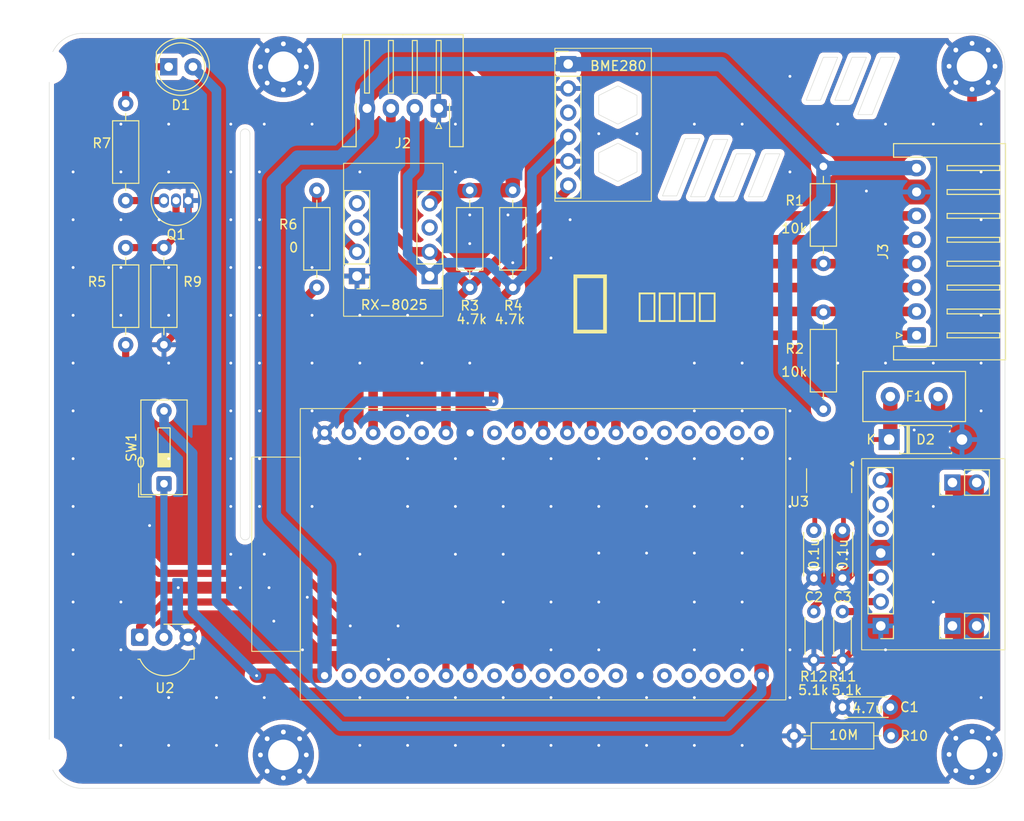
<source format=kicad_pcb>
(kicad_pcb (version 20241229) (generator "pcbnew") (generator_version "9.0")
  (title_block (date "2025-11-20") (rev "0.2.0"))
  (layers (0 "F.Cu" signal) (2 "B.Cu" signal) (13 "F.Paste" user) (15 "B.Paste" user) (5 "F.SilkS" user "F.Silkscreen") (7 "B.SilkS" user "B.Silkscreen") (1 "F.Mask" user) (3 "B.Mask" user) (25 "Edge.Cuts" user))
  (net 0 "")
  (net 1 "+3.3V")
  (net 2 "GND")
  (net 3 "SPI_CLK")
  (net 4 "SPI_CS")
  (net 5 "SPI_MOSI")
  (net 6 "DS")
  (net 7 "BUSY")
  (net 8 "RST")
  (net 9 "I2C_SCK")
  (net 10 "I2C_SDI")
  (net 11 "Net-(J6-Pin_1)")
  (net 17 "Net-(J8-Pin_3)")
  (net 18 "Net-(J8-Pin_2)")
  (net 20 "Net-(U1-IO32)")
  (net 21 "Net-(U1-IO25)")
  (net 22 "RTC_ALM")
  (net 27 "Net-(D2-A1)")
  (net 34 "+5V")
  (net 35 "Net-(D1-K)")
  (net 36 "Net-(Q1-D)")
  (net 37 "IRLED")
  (net 39 "IR_Reciver")
  (net 40 "VBUS")
  (net 52 "Net-(SW1-A)")
  (footprint "MountingHole:MountingHole_3.2mm_M3" (layer "F.Cu") (at 97.5 131)
    (property "Reference" "H6" (hide yes))
    (property "Value" "MountingHole")
  )
  (footprint "Resistor_THT:R_Axial_DIN0207_L6.3mm_D2.5mm_P10.16mm_Horizontal" (layer "F.Cu") (at 105.5 88.08 90)
    (property "Reference" "R5")
    (property "Value" "100")
  )
  (footprint "Resistor_THT:R_Axial_DIN0207_L6.3mm_D2.5mm_P10.16mm_Horizontal" (layer "F.Cu") (at 178.5 94.83 90)
    (property "Reference" "R2")
    (property "Value" "10k")
  )
  (footprint "Capacitor_THT:C_Disc_D4.3mm_W1.9mm_P5.00mm" (layer "F.Cu") (at 180.5 107.5 -90)
    (property "Reference" "C3")
    (property "Value" "0.1u")
  )
  (footprint "Connector_PinHeader_2.54mm:PinHeader_1x06_P2.54mm_Vertical" (layer "F.Cu") (at 151.8 58.72)
    (property "Reference" "J1" (hide yes))
    (property "Value" "Conn_01x06_Socket")
  )
  (footprint "Connector_PinHeader_2.54mm:PinHeader_1x04_P2.54mm_Vertical" (layer "F.Cu") (at 137.3 80.9 180)
    (property "Reference" "J5" (hide yes))
    (property "Value" "Conn_01x04_Socket")
  )
  (footprint "MountingHole:MountingHole_3.2mm_M3_Pad_Via" (layer "F.Cu") (at 122 59 90)
    (property "Reference" "H2" (hide yes))
    (property "Value" "MountingHole_Pad")
  )
  (footprint "Resistor_THT:R_Axial_DIN0207_L6.3mm_D2.5mm_P10.16mm_Horizontal" (layer "F.Cu") (at 146 71.92 -90)
    (property "Reference" "R4")
    (property "Value" "4.7k")
  )
  (footprint "fuyu:esp32-devkit" (layer "F.Cu") (at 177.11 110 90)
    (property "Reference" "U1" (hide yes))
    (property "Value" "~")
  )
  (footprint "Connector_PinHeader_2.54mm:PinHeader_1x04_P2.54mm_Vertical" (layer "F.Cu") (at 129.7 80.9 180)
    (property "Reference" "J4" (hide yes))
    (property "Value" "Conn_01x04_Socket")
  )
  (footprint "Package_TO_SOT_SMD:SOT-89-5_Handsoldering" (layer "F.Cu") (at 179.1 102.3 -90)
    (property "Reference" "U3")
    (property "Value" "~")
  )
  (footprint "Diode_THT:D_DO-41_SOD81_P7.62mm_Horizontal" (layer "F.Cu") (at 185.38 98)
    (property "Reference" "D2")
    (property "Value" "D_TVS")
  )
  (footprint "MountingHole:MountingHole_3.2mm_M3_Pad_Via" (layer "F.Cu") (at 194.052944 130.947056 90)
    (property "Reference" "H3" (hide yes))
    (property "Value" "MountingHole_Pad")
  )
  (footprint "Connector_JST:JST_XH_S4B-XH-A-1_1x04_P2.50mm_Horizontal" (layer "F.Cu") (at 138.25 63.35 180)
    (property "Reference" "J2")
    (property "Value" "Conn_01x04_Socket")
  )
  (footprint "Resistor_THT:R_Axial_DIN0207_L6.3mm_D2.5mm_P10.16mm_Horizontal" (layer "F.Cu") (at 178.5 69.42 -90)
    (property "Reference" "R1")
    (property "Value" "10k")
  )
  (footprint "Package_TO_SOT_THT:TO-92_Inline" (layer "F.Cu") (at 112.04 73 180)
    (property "Reference" "Q1")
    (property "Value" "2N7000")
  )
  (footprint "Connector_PinHeader_2.54mm:PinHeader_1x07_P2.54mm_Vertical" (layer "F.Cu") (at 184.5 117.5 180)
    (property "Reference" "J8" (hide yes))
    (property "Value" "Conn_01x07_Socket")
  )
  (footprint "Resistor_THT:R_Axial_DIN0204_L3.6mm_D1.6mm_P5.08mm_Horizontal" (layer "F.Cu") (at 177.5 116 -90)
    (property "Reference" "R12")
    (property "Value" "5.1k")
  )
  (footprint "Resistor_THT:R_Axial_DIN0207_L6.3mm_D2.5mm_P10.16mm_Horizontal" (layer "F.Cu") (at 125.5 82.08 90)
    (property "Reference" "R6")
    (property "Value" "0")
  )
  (footprint "Resistor_THT:R_Axial_DIN0204_L3.6mm_D1.6mm_P5.08mm_Horizontal" (layer "F.Cu") (at 180.5 116 -90)
    (property "Reference" "R11")
    (property "Value" "5.1k")
  )
  (footprint "Connector_PinHeader_2.54mm:PinHeader_1x02_P2.54mm_Vertical" (layer "F.Cu") (at 192 102.5 90)
    (property "Reference" "J6" (hide yes))
    (property "Value" "Conn_01x02_Socket")
  )
  (footprint "Button_Switch_THT:SW_DIP_SPSTx01_Slide_9.78x4.72mm_W7.62mm_P2.54mm" (layer "F.Cu") (at 109.5125 102.62 90)
    (property "Reference" "SW1")
    (property "Value" "SW_SPST")
  )
  (footprint "Resistor_THT:R_Axial_DIN0207_L6.3mm_D2.5mm_P10.16mm_Horizontal" (layer "F.Cu") (at 105.5 62.84 -90)
    (property "Reference" "R7")
    (property "Value" "R")
  )
  (footprint "Resistor_THT:R_Axial_DIN0207_L6.3mm_D2.5mm_P10.16mm_Horizontal" (layer "F.Cu") (at 109.5 77.92 -90)
    (property "Reference" "R9")
    (property "Value" "R")
  )
  (footprint "Capacitor_THT:C_Disc_D4.3mm_W1.9mm_P5.00mm" (layer "F.Cu") (at 185.5 126 180)
    (property "Reference" "C1")
    (property "Value" "4.7u")
  )
  (footprint "Connector_JST:JST_XH_S8B-XH-A_1x08_P2.50mm_Horizontal" (layer "F.Cu") (at 188.25 87.1 90)
    (property "Reference" "J3")
    (property "Value" "Conn_01x08_Socket")
  )
  (footprint "Capacitor_THT:C_Disc_D10.5mm_W5.0mm_P5.00mm" (layer "F.Cu") (at 190.5 93.5 180)
    (property "Reference" "F1")
    (property "Value" "Polyfuse")
  )
  (footprint "Resistor_THT:R_Axial_DIN0207_L6.3mm_D2.5mm_P10.16mm_Horizontal" (layer "F.Cu") (at 141.5 71.92 -90)
    (property "Reference" "R3")
    (property "Value" "4.7k")
  )
  (footprint "Resistor_THT:R_Axial_DIN0207_L6.3mm_D2.5mm_P10.16mm_Horizontal" (layer "F.Cu") (at 185.58 129 180)
    (property "Reference" "R10")
    (property "Value" "1M")
  )
  (footprint "MountingHole:MountingHole_3.2mm_M3" (layer "F.Cu") (at 97.5 59)
    (property "Reference" "H5" (hide yes))
    (property "Value" "MountingHole")
  )
  (footprint "MountingHole:MountingHole_3.2mm_M3_Pad_Via" (layer "F.Cu") (at 194.052944 58.947056 90)
    (property "Reference" "H4" (hide yes))
    (property "Value" "MountingHole_Pad")
  )
  (footprint "MountingHole:MountingHole_3.2mm_M3_Pad_Via" (layer "F.Cu") (at 122 131 90)
    (property "Reference" "H1" (hide yes))
    (property "Value" "MountingHole_Pad")
  )
  (footprint "LED_THT:LED_D5.0mm_IRGrey" (layer "F.Cu") (at 110 59)
    (property "Reference" "D1")
    (property "Value" "CQY99")
  )
  (footprint "Capacitor_THT:C_Disc_D4.3mm_W1.9mm_P5.00mm" (layer "F.Cu") (at 177.5 107.5 -90)
    (property "Reference" "C2")
    (property "Value" "0.1u")
  )
  (footprint "Connector_PinHeader_2.54mm:PinHeader_1x02_P2.54mm_Vertical" (layer "F.Cu") (at 192 117.5 90)
    (property "Reference" "J7" (hide yes))
    (property "Value" "Conn_01x02_Socket")
  )
  (footprint "OptoDevice:Vishay_MOLD-3Pin" (layer "F.Cu") (at 106.96 118.685)
    (property "Reference" "U2")
    (property "Value" "TSOP21xx")
  )
  (gr_rect (start 140.3 95.8) (end 142.8 98.5754) (stroke (width 0.2)) (fill yes) (layer "F.Cu") (net 2))
  (gr_rect (start 186.5 70.9) (end 190 73.3) (stroke (width 0.2)) (fill yes) (layer "F.Cu") (net 2))
  (gr_poly (pts (xy 187 127.5) (xy 194.6 119.4) (xy 194.6 117.3) (xy 192 117.3) (xy 192 119.4) (xy 185.5 126) (xy 185.5 129)) (stroke (width 0.2)) (fill yes) (layer "F.Cu") (net 11))
  (gr_rect (start 191.9 96.5) (end 194.7 99.7) (stroke (width 0.2)) (fill yes) (layer "F.Cu") (net 2))
  (gr_rect (start 192 102.5) (end 194.7 117.5) (stroke (width 0.2)) (fill yes) (layer "F.Cu") (net 11))
  (gr_rect (start 183 108.6) (end 186.1 111.1) (stroke (width 0.2)) (fill yes) (layer "F.Cu") (net 2))
  (gr_circle (center 159.3 122.7) (end 160.6 122.7) (stroke (width 0.2)) (fill yes) (layer "F.Cu") (net 2))
  (gr_rect (start 183.15 116.4) (end 185.95 118.9) (stroke (width 0.2)) (fill yes) (layer "F.Cu") (net 2))
  (gr_circle (center 141.5 97.3) (end 142.8 97.3) (stroke (width 0.2)) (fill yes) (layer "B.Cu") (net 2))
  (gr_circle (center 159.3 122.7) (end 160.6 122.7) (stroke (width 0.2)) (fill yes) (layer "B.Cu") (net 2))
  (gr_rect (start 150.4 57.07) (end 160.5 73.07) (stroke (width 0.1)) (fill no) (layer "F.SilkS"))
  (gr_rect (start 182.5 100) (end 197.5 120) (stroke (width 0.1)) (fill no) (layer "F.SilkS"))
  (gr_rect (start 128.3 69.1) (end 138.7 85.1) (stroke (width 0.1)) (fill no) (layer "F.SilkS"))
  (gr_arc (start 194 55.5) (mid 196.474874 56.525126) (end 197.5 59) (stroke (width 0.05)) (layer "Edge.Cuts"))
  (gr_poly (pts (xy 157 67) (xy 155 68) (xy 155 70) (xy 157 71) (xy 159 70) (xy 159 68)) (stroke (width 0.05)) (fill no) (layer "Edge.Cuts"))
  (gr_line (start 97.5 131) (end 97.5 59) (stroke (width 0.05)) (layer "Edge.Cuts"))
  (gr_poly (pts (xy 169.4 68.103448) (xy 170.9 68.103448) (xy 169.1 72.603448) (xy 167.6 72.603448)) (stroke (width 0.05)) (fill no) (layer "Edge.Cuts"))
  (gr_arc (start 97.5 59) (mid 98.525126 56.525126) (end 101 55.5) (stroke (width 0.05)) (layer "Edge.Cuts"))
  (gr_arc (start 117.5 66) (mid 118 65.5) (end 118.5 66) (stroke (width 0.05)) (layer "Edge.Cuts"))
  (gr_poly (pts (xy 172.450535 68.103448) (xy 173.950535 68.103448) (xy 172.150535 72.603448) (xy 170.650535 72.603448)) (stroke (width 0.05)) (fill no) (layer "Edge.Cuts"))
  (gr_poly (pts (xy 164.059167 66.510349) (xy 165.559167 66.510349) (xy 163.159167 72.510349) (xy 161.659167 72.510349)) (stroke (width 0.05)) (fill no) (layer "Edge.Cuts"))
  (gr_poly (pts (xy 157 61) (xy 155 62) (xy 155 64) (xy 157 65) (xy 159 64) (xy 159 62)) (stroke (width 0.05)) (fill no) (layer "Edge.Cuts"))
  (gr_line (start 194 134.5) (end 101 134.5) (stroke (width 0.05)) (layer "Edge.Cuts"))
  (gr_poly (pts (xy 181.5 58) (xy 183 58) (xy 181.2 62.5) (xy 179.7 62.5)) (stroke (width 0.05)) (fill no) (layer "Edge.Cuts"))
  (gr_poly (pts (xy 167 66.603448) (xy 168.5 66.603448) (xy 166.1 72.603448) (xy 164.6 72.603448)) (stroke (width 0.05)) (fill no) (layer "Edge.Cuts"))
  (gr_line (start 101 55.5) (end 194 55.5) (stroke (width 0.05)) (layer "Edge.Cuts"))
  (gr_line (start 118.5 66) (end 118.5 108) (stroke (width 0.05)) (layer "Edge.Cuts"))
  (gr_poly (pts (xy 184.5 58) (xy 186 58) (xy 183.6 64) (xy 182.1 64)) (stroke (width 0.05)) (fill no) (layer "Edge.Cuts"))
  (gr_line (start 117.5 108) (end 117.5 66) (stroke (width 0.05)) (layer "Edge.Cuts"))
  (gr_poly (pts (xy 178.5 58) (xy 180 58) (xy 178.2 62.5) (xy 176.7 62.5)) (stroke (width 0.05)) (fill no) (layer "Edge.Cuts"))
  (gr_arc (start 118.5 108) (mid 118 108.5) (end 117.5 108) (stroke (width 0.05)) (layer "Edge.Cuts"))
  (gr_arc (start 197.5 131) (mid 196.474874 133.474874) (end 194 134.5) (stroke (width 0.05)) (layer "Edge.Cuts"))
  (gr_arc (start 101 134.5) (mid 98.525126 133.474874) (end 97.5 131) (stroke (width 0.05)) (layer "Edge.Cuts"))
  (gr_line (start 197.5 59) (end 197.5 131) (stroke (width 0.05)) (layer "Edge.Cuts"))
  (gr_text "󰜗" (at 152 86.5 0) (layer "F.SilkS") (effects (font (size 5 5) (thickness 0.1)) (justify left bottom)))
  (gr_text "4.7u" (at 181.4 126.7 0) (layer "F.SilkS") (effects (font (size 1 1)) (justify left bottom)))
  (gr_text "RX-8025\n" (at 130 84.5 0) (layer "F.SilkS") (effects (font (size 1 1)) (justify left bottom)))
  (gr_text "ふゆらぼ" (at 159 85.5 0) (layer "F.SilkS") (effects (font (size 2.5 2.5) (thickness 0.5) (italic yes)) (justify left bottom)))
  (gr_text "0.1u" (at 178.1 111.7 90) (layer "F.SilkS") (effects (font (size 1 1)) (justify left bottom)))
  (gr_text "10k" (at 174 91.5 0) (layer "F.SilkS") (effects (font (size 1 1)) (justify left bottom)))
  (gr_text "4.7k" (at 144 86 0) (layer "F.SilkS") (effects (font (size 1 1)) (justify left bottom)))
  (gr_text "10M" (at 179 129.5 0) (layer "F.SilkS") (effects (font (size 1 1)) (justify left bottom)))
  (gr_text "5.1k\n" (at 175.75 124.8 0) (layer "F.SilkS") (effects (font (size 1 1)) (justify left bottom)))
  (gr_text "4.7k" (at 140 86 0) (layer "F.SilkS") (effects (font (size 1 1)) (justify left bottom)))
  (gr_text "5.1k\n" (at 179.25 124.8 0) (layer "F.SilkS") (effects (font (size 1 1)) (justify left bottom)))
  (gr_text "0" (at 106.5 101 0) (layer "F.SilkS") (effects (font (size 1 1)) (justify left bottom)))
  (gr_text "0.1u" (at 181.1 111.8 90) (layer "F.SilkS") (effects (font (size 1 1)) (justify left bottom)))
  (gr_text "0" (at 122.5 78.5 0) (layer "F.SilkS") (effects (font (size 1 1)) (justify left bottom)))
  (gr_text "10k" (at 174 76.5 0) (layer "F.SilkS") (effects (font (size 1 1)) (justify left bottom)))
  (gr_text "BME280" (at 154 59.5 0) (layer "F.SilkS") (effects (font (size 1 1)) (justify left bottom)))
  (segment (start 146 65) (end 140.5 59.5) (width 1.5) (layer "F.Cu") (net 1))
  (segment (start 138.5 72) (end 137.3 73.2) (width 1.5) (layer "F.Cu") (net 1))
  (segment (start 146 71.92) (end 141.5 71.92) (width 1.5) (layer "F.Cu") (net 1))
  (segment (start 140.5 59.5) (end 133.5 59.5) (width 1.5) (layer "F.Cu") (net 1))
  (segment (start 141.42 72) (end 138.5 72) (width 1.5) (layer "F.Cu") (net 1))
  (segment (start 141.5 71.92) (end 141.42 72) (width 1.5) (layer "F.Cu") (net 1))
  (segment (start 126.31 122.7) (end 119.2 122.7) (width 1.5) (layer "F.Cu") (net 1))
  (segment (start 133.5 59.5) (end 130.75 62.25) (width 1.5) (layer "F.Cu") (net 1))
  (segment (start 137.3 73.2) (end 137.3 73.28) (width 1.5) (layer "F.Cu") (net 1))
  (segment (start 146 71.92) (end 146 65) (width 1.5) (layer "F.Cu") (net 1))
  (segment (start 130.75 62.25) (end 130.75 63.35) (width 1.5) (layer "F.Cu") (net 1))
  (via (at 119.2 122.7) (size 0.6) (drill 0.3) (layers "F.Cu" "B.Cu") (net 1))
  (segment (start 151.8 58.72) (end 133.155 58.72) (width 1.5) (layer "B.Cu") (net 1))
  (segment (start 123.5 68.5) (end 128 68.5) (width 1.5) (layer "B.Cu") (net 1))
  (segment (start 167.8 58.72) (end 151.8 58.72) (width 1.5) (layer "B.Cu") (net 1))
  (segment (start 126.31 111.31) (end 121 106) (width 1.5) (layer "B.Cu") (net 1))
  (segment (start 178.68 69.6) (end 178.5 69.42) (width 1.5) (layer "B.Cu") (net 1))
  (segment (start 126.31 122.7) (end 126.31 111.31) (width 1.5) (layer "B.Cu") (net 1))
  (segment (start 112.5 99.42) (end 109.5125 96.4325) (width 1) (layer "B.Cu") (net 1))
  (segment (start 128 68.5) (end 130.75 65.75) (width 1.5) (layer "B.Cu") (net 1))
  (segment (start 188.25 69.6) (end 178.68 69.6) (width 1.5) (layer "B.Cu") (net 1))
  (segment (start 109.5125 96.4325) (end 109.5125 95) (width 1) (layer "B.Cu") (net 1))
  (segment (start 178.5 72.9) (end 174.5 76.9) (width 1.5) (layer "B.Cu") (net 1))
  (segment (start 178.5 69.42) (end 178.5 72.9) (width 1.5) (layer "B.Cu") (net 1))
  (segment (start 178.5 69.42) (end 167.8 58.72) (width 1.5) (layer "B.Cu") (net 1))
  (segment (start 133.155 58.72) (end 130.75 61.125) (width 1.5) (layer "B.Cu") (net 1))
  (segment (start 121 106) (end 121 71) (width 1.5) (layer "B.Cu") (net 1))
  (segment (start 112.5 116) (end 112.5 99.42) (width 1) (layer "B.Cu") (net 1))
  (segment (start 130.75 61.125) (end 130.75 63.35) (width 1.5) (layer "B.Cu") (net 1))
  (segment (start 130.75 65.75) (end 130.75 63.35) (width 1.5) (layer "B.Cu") (net 1))
  (segment (start 119.2 122.7) (end 112.5 116) (width 1) (layer "B.Cu") (net 1))
  (segment (start 174.5 76.9) (end 174.5 90.83) (width 1.5) (layer "B.Cu") (net 1))
  (segment (start 130.75 63.35) (end 130.65 63.35) (width 1.5) (layer "B.Cu") (net 1))
  (segment (start 174.5 90.83) (end 178.5 94.83) (width 1.5) (layer "B.Cu") (net 1))
  (segment (start 121 71) (end 123.5 68.5) (width 1.5) (layer "B.Cu") (net 1))
  (segment (start 177.5 112.5) (end 180.5 112.5) (width 1.5) (layer "F.Cu") (net 2))
  (segment (start 190.9 72.1) (end 194.052944 68.947056) (width 1) (layer "F.Cu") (net 2))
  (segment (start 180.6 101.3) (end 180.6 99.95) (width 0.5) (layer "F.Cu") (net 2))
  (segment (start 182 107.3) (end 182 102.7) (width 0.5) (layer "F.Cu") (net 2))
  (segment (start 182 102.7) (end 180.6 101.3) (width 0.5) (layer "F.Cu") (net 2))
  (segment (start 180.5 112.5) (end 183.15 109.85) (width 1.5) (layer "F.Cu") (net 2))
  (segment (start 180.57 121.08) (end 184 117.65) (width 0.75) (layer "F.Cu") (net 2))
  (segment (start 112.04 85.54) (end 112.04 73) (width 0.75) (layer "F.Cu") (net 2))
  (segment (start 109.5 88.08) (end 112.04 85.54) (width 0.75) (layer "F.Cu") (net 2))
  (segment (start 194.052944 68.947056) (end 194.052944 61.347056) (width 1) (layer "F.Cu") (net 2))
  (segment (start 183.15 109.85) (end 184.55 109.85) (width 1.5) (layer "F.Cu") (net 2))
  (segment (start 188.25 72.1) (end 190.9 72.1) (width 1) (layer "F.Cu") (net 2))
  (segment (start 184 117.65) (end 184.65 117.65) (width 0.75) (layer "F.Cu") (net 2))
  (segment (start 177.5 121.08) (end 180.57 121.08) (width 0.75) (layer "F.Cu") (net 2))
  (segment (start 184.55 109.85) (end 182 107.3) (width 0.5) (layer "F.Cu") (net 2))
  (via (at 100 85) (size 0.6) (drill 0.3) (layers "F.Cu" "B.Cu") (net 2))
  (via (at 119.5 100) (size 0.6) (drill 0.3) (layers "F.Cu" "B.Cu") (net 2))
  (via (at 159 66) (size 0.6) (drill 0.3) (layers "F.Cu" "B.Cu") (net 2))
  (via (at 105 120) (size 0.6) (drill 0.3) (layers "F.Cu" "B.Cu") (net 2))
  (via (at 188 97) (size 0.6) (drill 0.3) (layers "F.Cu" "B.Cu") (net 2))
  (via (at 180 65) (size 0.6) (drill 0.3) (layers "F.Cu" "B.Cu") (net 2))
  (via (at 175 70) (size 0.6) (drill 0.3) (layers "F.Cu" "B.Cu") (net 2))
  (via (at 195 70) (size 0.6) (drill 0.3) (layers "F.Cu" "B.Cu") (net 2))
  (via (at 140 105) (size 0.6) (drill 0.3) (layers "F.Cu" "B.Cu") (net 2))
  (via (at 133 121) (size 0.6) (drill 0.3) (layers "F.Cu" "B.Cu") (net 2))
  (via (at 121 117) (size 0.6) (drill 0.3) (layers "F.Cu" "B.Cu") (net 2))
  (via (at 105 115) (size 0.6) (drill 0.3) (layers "F.Cu" "B.Cu") (net 2))
  (via (at 175 100) (size 0.6) (drill 0.3) (layers "F.Cu" "B.Cu") (net 2))
  (via (at 105 85) (size 0.6) (drill 0.3) (layers "F.Cu" "B.Cu") (net 2))
  (via (at 116.5 70) (size 0.6) (drill 0.3) (layers "F.Cu" "B.Cu") (net 2))
  (via (at 100 90) (size 0.6) (drill 0.3) (layers "F.Cu" "B.Cu") (net 2))
  (via (at 165 105) (size 0.6) (drill 0.3) (layers "F.Cu" "B.Cu") (net 2))
  (via (at 105 130) (size 0.6) (drill 0.3) (layers "F.Cu" "B.Cu") (net 2))
  (via (at 155 100) (size 0.6) (drill 0.3) (layers "F.Cu" "B.Cu") (net 2))
  (via (at 120 125) (size 0.6) (drill 0.3) (layers "F.Cu" "B.Cu") (net 2))
  (via (at 150 79) (size 0.6) (drill 0.3) (layers "F.Cu" "B.Cu") (net 2))
  (via (at 175 95) (size 0.6) (drill 0.3) (layers "F.Cu" "B.Cu") (net 2))
  (via (at 155 105) (size 0.6) (drill 0.3) (layers "F.Cu" "B.Cu") (net 2))
  (via (at 170 120) (size 0.6) (drill 0.3) (layers "F.Cu" "B.Cu") (net 2))
  (via (at 116.5 75) (size 0.6) (drill 0.3) (layers "F.Cu" "B.Cu") (net 2))
  (via (at 100 125) (size 0.6) (drill 0.3) (layers "F.Cu" "B.Cu") (net 2))
  (via (at 160 125) (size 0.6) (drill 0.3) (layers "F.Cu" "B.Cu") (net 2))
  (via (at 119.5 80) (size 0.6) (drill 0.3) (layers "F.Cu" "B.Cu") (net 2))
  (via (at 175 60) (size 0.6) (drill 0.3) (layers "F.Cu" "B.Cu") (net 2))
  (via (at 170 105) (size 0.6) (drill 0.3) (layers "F.Cu" "B.Cu") (net 2))
  (via (at 170 115) (size 0.6) (drill 0.3) (layers "F.Cu" "B.Cu") (net 2))
  (via (at 100 70) (size 0.6) (drill 0.3) (layers "F.Cu" "B.Cu") (net 2))
  (via (at 150 125) (size 0.6) (drill 0.3) (layers "F.Cu" "B.Cu") (net 2))
  (via (at 140 65) (size 0.6) (drill 0.3) (layers "F.Cu" "B.Cu") (net 2))
  (via (at 105 70) (size 0.6) (drill 0.3) (layers "F.Cu" "B.Cu") (net 2))
  (via (at 195 95) (size 0.6) (drill 0.3) (layers "F.Cu" "B.Cu") (net 2))
  (via (at 100 80) (size 0.6) (drill 0.3) (layers "F.Cu" "B.Cu") (net 2))
  (via (at 130 100) (size 0.6) (drill 0.3) (layers "F.Cu" "B.Cu") (net 2))
  (via (at 165 130) (size 0.6) (drill 0.3) (layers "F.Cu" "B.Cu") (net 2))
  (via (at 185 65) (size 0.6) (drill 0.3) (layers "F.Cu" "B.Cu") (net 2))
  (via (at 180 90) (size 0.6) (drill 0.3) (layers "F.Cu" "B.Cu") (net 2))
  (via (at 119.5 70) (size 0.6) (drill 0.3) (layers "F.Cu" "B.Cu") (net 2))
  (via (at 100 120) (size 0.6) (drill 0.3) (layers "F.Cu" "B.Cu") (net 2))
  (via (at 170 130) (size 0.6) (drill 0.3) (layers "F.Cu" "B.Cu") (net 2))
  (via (at 110 70) (size 0.6) (drill 0.3) (layers "F.Cu" "B.Cu") (net 2))
  (via (at 100 100) (size 0.6) (drill 0.3) (layers "F.Cu" "B.Cu") (net 2))
  (via (at 190 65) (size 0.6) (drill 0.3) (layers "F.Cu" "B.Cu") (net 2))
  (via (at 170 95) (size 0.6) (drill 0.3) (layers "F.Cu" "B.Cu") (net 2))
  (via (at 160 109.88) (size 0.6) (drill 0.3) (layers "F.Cu" "B.Cu") (net 2))
  (via (at 117.5 113.5) (size 0.6) (drill 0.3) (layers "F.Cu" "B.Cu") (net 2))
  (via (at 108 107) (size 0.6) (drill 0.3) (layers "F.Cu" "B.Cu") (net 2))
  (via (at 105 75) (size 0.6) (drill 0.3) (layers "F.Cu" "B.Cu") (net 2))
  (via (at 195 65) (size 0.6) (drill 0.3) (layers "F.Cu" "B.Cu") (net 2))
  (via (at 155 120) (size 0.6) (drill 0.3) (layers "F.Cu" "B.Cu") (net 2))
  (via (at 165 100) (size 0.6) (drill 0.3) (layers "F.Cu" "B.Cu") (net 2))
  (via (at 116.5 90) (size 0.6) (drill 0.3) (layers "F.Cu" "B.Cu") (net 2))
  (via (at 190 105) (size 0.6) (drill 0.3) (layers "F.Cu" "B.Cu") (net 2))
  (via (at 170 90) (size 0.6) (drill 0.3) (layers "F.Cu" "B.Cu") (net 2))
  (via (at 165 90) (size 0.6) (drill 0.3) (layers "F.Cu" "B.Cu") (net 2))
  (via (at 140 125) (size 0.6) (drill 0.3) (layers "F.Cu" "B.Cu") (net 2))
  (via (at 115 130) (size 0.6) (drill 0.3) (layers "F.Cu" "B.Cu") (net 2))
  (via (at 100 75) (size 0.6) (drill 0.3) (layers "F.Cu" "B.Cu") (net 2))
  (via (at 125 105) (size 0.6) (drill 0.3) (layers "F.Cu" "B.Cu") (net 2))
  (via (at 135 95.5) (size 0.6) (drill 0.3) (layers "F.Cu" "B.Cu") (net 2))
  (via (at 130 70) (size 0.6) (drill 0.3) (layers "F.Cu" "B.Cu") (net 2))
  (via (at 135 125) (size 0.6) (drill 0.3) (layers "F.Cu" "B.Cu") (net 2))
  (via (at 170 100) (size 0.6) (drill 0.3) (layers "F.Cu" "B.Cu") (net 2))
  (via (at 100 110) (size 0.6) (drill 0.3) (layers "F.Cu" "B.Cu") (net 2))
  (via (at 155 125) (size 0.6) (drill 0.3) (layers "F.Cu" "B.Cu") (net 2))
  (via (at 150 105) (size 0.6) (drill 0.3) (layers "F.Cu" "B.Cu") (net 2))
  (via (at 180.25 123) (size 0.6) (drill 0.3) (layers "F.Cu" "B.Cu") (net 2))
  (via (at 155 130) (size 0.6) (drill 0.3) (layers "F.Cu" "B.Cu") (net 2))
  (via (at 105 80) (size 0.6) (drill 0.3) (layers "F.Cu" "B.Cu") (net 2))
  (via (at 125 80) (size 0.6) (drill 0.3) (layers "F.Cu" "B.Cu") (net 2))
  (via (at 116.5 85) (size 0.6) (drill 0.3) (layers "F.Cu" "B.Cu") (net 2))
  (via (at 110 125) (size 0.6) (drill 0.3) (layers "F.Cu" "B.Cu") (net 2))
  (via (at 130 130) (size 0.6) (drill 0.3) (layers "F.Cu" "B.Cu") (net 2))
  (via (at 100 105) (size 0.6) (drill 0.3) (layers "F.Cu" "B.Cu") (net 2))
  (via (at 130 125) (size 0.6) (drill 0.3) (layers "F.Cu" "B.Cu") (net 2))
  (via (at 141.5 90) (size 0.6) (drill 0.3) (layers "F.Cu" "B.Cu") (net 2))
  (via (at 116.5 65) (size 0.6) (drill 0.3) (layers "F.Cu" "B.Cu") (net 2))
  (via (at 124.5 114.5) (size 0.6) (drill 0.3) (layers "F.Cu" "B.Cu") (net 2))
  (via (at 175 120) (size 0.6) (drill 0.3) (layers "F.Cu" "B.Cu") (net 2))
  (via (at 190 110) (size 0.6) (drill 0.3) (layers "F.Cu" "B.Cu") (net 2))
  (via (at 130 110) (size 0.6) (drill 0.3) (layers "F.Cu" "B.Cu") (net 2))
  (via (at 146 79.5) (size 0.6) (drill 0.3) (layers "F.Cu" "B.Cu") (net 2))
  (via (at 105 65) (size 0.6) (drill 0.3) (layers "F.Cu" "B.Cu") (net 2))
  (via (at 152 75) (size 0.6) (drill 0.3) (layers "F.Cu" "B.Cu") (net 2))
  (via (at 165 65) (size 0.6) (drill 0.3) (layers "F.Cu" "B.Cu") (net 2))
  (via (at 135 130) (size 0.6) (drill 0.3) (layers "F.Cu" "B.Cu") (net 2))
  (via (at 181 109.88) (size 0.6) (drill 0.3) (layers "F.Cu" "B.Cu") (net 2))
  (via (at 141.5 77.5) (size 0.6) (drill 0.3) (layers "F.Cu" "B.Cu") (net 2))
  (via (at 100 115) (size 0.6) (drill 0.3) (layers "F.Cu" "B.Cu") (net 2))
  (via (at 165 120) (size 0.6) (drill 0.3) (layers "F.Cu" "B.Cu") (net 2))
  (via (at 125 95) (size 0.6) (drill 0.3) (layers "F.Cu" "B.Cu") (net 2))
  (via (at 185 90) (size 0.6) (drill 0.3) (layers "F.Cu" "B.Cu") (net 2))
  (via (at 134 117.5) (size 0.6) (drill 0.3) (layers "F.Cu" "B.Cu") (net 2))
  (via (at 185 120) (size 0.6) (drill 0.3) (layers "F.Cu" "B.Cu") (net 2))
  (via (at 165 109.88) (size 0.6) (drill 0.3) (layers "F.Cu" "B.Cu") (net 2))
  (via (at 110 80) (size 0.6) (drill 0.3) (layers "F.Cu" "B.Cu") (net 2))
  (via (at 140 130) (size 0.6) (drill 0.3) (layers "F.Cu" "B.Cu") (net 2))
  (via (at 116.5 105) (size 0.6) (drill 0.3) (layers "F.Cu" "B.Cu") (net 2))
  (via (at 110 65) (size 0.6) (drill 0.3) (layers "F.Cu" "B.Cu") (net 2))
  (via (at 119.5 95) (size 0.6) (drill 0.3) (layers "F.Cu" "B.Cu") (net 2))
  (via (at 195 90) (size 0.6) (drill 0.3) (layers "F.Cu" "B.Cu") (net 2))
  (via (at 155 66) (size 0.6) (drill 0.3) (layers "F.Cu" "B.Cu") (net 2))
  (via (at 125 90) (size 0.6) (drill 0.3) (layers "F.Cu" "B.Cu") (net 2))
  (via (at 141.5 74.5) (size 0.6) (drill 0.3) (layers "F.Cu" "B.Cu") (net 2))
  (via (at 110 130) (size 0.6) (drill 0.3) (layers "F.Cu" "B.Cu") (net 2))
  (via (at 145 105) (size 0.6) (drill 0.3) (layers "F.Cu" "B.Cu") (net 2))
  (via (at 145 110) (size 0.6) (drill 0.3) (layers "F.Cu" "B.Cu") (net 2))
  (via (at 125 85) (size 0.6) (drill 0.3) (layers "F.Cu" "B.Cu") (net 2))
  (via (at 110 100) (size 0.6) (drill 0.3) (layers "F.Cu" "B.Cu") (net 2))
  (via (at 111 113.5) (size 0.6) (drill 0.3) (layers "F.Cu" "B.Cu") (net 2))
  (via (at 195 125) (size 0.6) (drill 0.3) (layers "F.Cu" "B.Cu") (net 2))
  (via (at 105 125) (size 0.6) (drill 0.3) (layers "F.Cu" "B.Cu") (net 2))
  (via (at 175 105) (size 0.6) (drill 0.3) (layers "F.Cu" "B.Cu") (net 2))
  (via (at 119.5 75) (size 0.6) (drill 0.3) (layers "F.Cu" "B.Cu") (net 2))
  (via (at 135 105) (size 0.6) (drill 0.3) (layers "F.Cu" "B.Cu") (net 2))
  (via (at 150 100) (size 0.6) (drill 0.3) (layers "F.Cu" "B.Cu") (net 2))
  (via (at 119.5 85) (size 0.6) (drill 0.3) (layers "F.Cu" "B.Cu") (net 2))
  (via (at 170 65) (size 0.6) (drill 0.3) (layers "F.Cu" "B.Cu") (net 2))
  (via (at 150 120) (size 0.6) (drill 0.3) (layers "F.Cu" "B.Cu") (net 2))
  (via (at 175 125) (size 0.6) (drill 0.3) (layers "F.Cu" "B.Cu") (net 2))
  (via (at 124 120) (size 0.6) (drill 0.3) (layers "F.Cu" "B.Cu") (net 2))
  (via (at 140 100) (size 0.6) (drill 0.3) (layers "F.Cu" "B.Cu") (net 2))
  (via (at 160 100) (size 0.6) (drill 0.3) (layers "F.Cu" "B.Cu") (net 2))
  (via (at 145.5 74.5) (size 0.6) (drill 0.3) (layers "F.Cu" "B.Cu") (net 2))
  (via (at 145 100) (size 0.6) (drill 0.3) (layers "F.Cu" "B.Cu") (net 2))
  (via (at 129 117.5) (size 0.6) (drill 0.3) (layers "F.Cu" "B.Cu") (net 2))
  (via (at 190 90) (size 0.6) (drill 0.3) (layers "F.Cu" "B.Cu") (net 2))
  (via (at 110 90) (size 0.6) (drill 0.3) (layers "F.Cu" "B.Cu") (net 2))
  (via (at 165 115) (size 0.6) (drill 0.3) (layers "F.Cu" "B.Cu") (net 2))
  (via (at 135 100) (size 0.6) (drill 0.3) (layers "F.Cu" "B.Cu") (net 2))
  (via (at 150 115) (size 0.6) (drill 0.3) (layers "F.Cu" "B.Cu") (net 2))
  (via (at 115 125) (size 0.6) (drill 0.3) (layers "F.Cu" "B.Cu") (net 2))
  (via (at 125 65) (size 0.6) (drill 0.3) (layers "F.Cu" "B.Cu") (net 2))
  (via (at 190 115) (size 0.6) (drill 0.3) (layers "F.Cu" "B.Cu") (net 2))
  (via (at 183 72) (size 0.6) (drill 0.3) (layers "F.Cu" "B.Cu") (net 2))
  (via (at 116.5 100) (size 0.6) (drill 0.3) (layers "F.Cu" "B.Cu") (net 2))
  (via (at 150 130) (size 0.6) (drill 0.3) (layers "F.Cu" "B.Cu") (net 2))
  (via (at 130 90) (size 0.6) (drill 0.3) (layers "F.Cu" "B.Cu") (net 2))
  (via (at 195 85) (size 0.6) (drill 0.3) (layers "F.Cu" "B.Cu") (net 2))
  (via (at 120 65) (size 0.6) (drill 0.3) (layers "F.Cu" "B.Cu") (net 2))
  (via (at 120.5 113.5) (size 0.6) (drill 0.3) (layers "F.Cu" "B.Cu") (net 2))
  (via (at 119.5 105) (size 0.6) (drill 0.3) (layers "F.Cu" "B.Cu") (net 2))
  (via (at 100 95) (size 0.6) (drill 0.3) (layers "F.Cu" "B.Cu") (net 2))
  (via (at 119.5 90) (size 0.6) (drill 0.3) (layers "F.Cu" "B.Cu") (net 2))
  (via (at 165 125) (size 0.6) (drill 0.3) (layers "F.Cu" "B.Cu") (net 2))
  (via (at 145 130) (size 0.6) (drill 0.3) (layers "F.Cu" "B.Cu") (net 2))
  (via (at 116.5 110) (size 0.6) (drill 0.3) (layers "F.Cu" "B.Cu") (net 2))
  (via (at 130 85) (size 0.6) (drill 0.3) (layers "F.Cu" "B.Cu") (net 2))
  (via (at 109 75) (size 0.6) (drill 0.3) (layers "F.Cu" "B.Cu") (net 2))
  (via (at 145 115) (size 0.6) (drill 0.3) (layers "F.Cu" "B.Cu") (net 2))
  (via (at 140 110) (size 0.6) (drill 0.3) (layers "F.Cu" "B.Cu") (net 2))
  (via (at 160 105) (size 0.6) (drill 0.3) (layers "F.Cu" "B.Cu") (net 2))
  (via (at 120 110) (size 0.6) (drill 0.3) (layers "F.Cu" "B.Cu") (net 2))
  (via (at 155 109.88) (size 0.6) (drill 0.3) (layers "F.Cu" "B.Cu") (net 2))
  (via (at 170 109.88) (size 0.6) (drill 0.3) (layers "F.Cu" "B.Cu") (net 2))
  (via (at 116.5 80) (size 0.6) (drill 0.3) (layers "F.Cu" "B.Cu") (net 2))
  (via (at 116.5 95) (size 0.6) (drill 0.3) (layers "F.Cu" "B.Cu") (net 2))
  (via (at 160 130) (size 0.6) (drill 0.3) (layers "F.Cu" "B.Cu") (net 2))
  (via (at 110 85) (size 0.6) (drill 0.3) (layers "F.Cu" "B.Cu") (net 2))
  (via (at 135 85) (size 0.6) (drill 0.3) (layers "F.Cu" "B.Cu") (net 2))
  (via (at 140 70) (size 0.6) (drill 0.3) (layers "F.Cu" "B.Cu") (net 2))
  (via (at 136.5 90) (size 0.6) (drill 0.3) (layers "F.Cu" "B.Cu") (net 2))
  (via (at 195 75) (size 0.6) (drill 0.3) (layers "F.Cu" "B.Cu") (net 2))
  (via (at 155 115) (size 0.6) (drill 0.3) (layers "F.Cu" "B.Cu") (net 2))
  (via (at 165 95) (size 0.6) (drill 0.3) (layers "F.Cu" "B.Cu") (net 2))
  (via (at 145 125) (size 0.6) (drill 0.3) (layers "F.Cu" "B.Cu") (net 2))
  (segment (start 159.4 109.88) (end 155 109.88) (width 1.5) (layer "B.Cu") (net 2))
  (segment (start 155 109.88) (end 149.88 109.88) (width 1.5) (layer "B.Cu") (net 2))
  (segment (start 188 100.375) (end 188 107.582081) (width 1.5) (layer "B.Cu") (net 2))
  (segment (start 159.33 109.95) (end 159.4 109.88) (width 1.5) (layer "B.Cu") (net 2))
  (segment (start 181 109.88) (end 175 109.88) (width 1.5) (layer "B.Cu") (net 2))
  (segment (start 193 98) (end 190.375 98) (width 1.5) (layer "B.Cu") (net 2))
  (segment (start 185.702081 109.88) (end 184.5 109.88) (width 1.5) (layer "B.Cu") (net 2))
  (segment (start 141.55 101.55) (end 141.55 97.3) (width 1.5) (layer "B.Cu") (net 2))
  (segment (start 170 109.88) (end 165 109.88) (width 1.5) (layer "B.Cu") (net 2))
  (segment (start 145 105) (end 141.55 101.55) (width 1.5) (layer "B.Cu") (net 2))
  (segment (start 165 109.88) (end 160 109.88) (width 1.5) (layer "B.Cu") (net 2))
  (segment (start 149.88 109.88) (end 145 105) (width 1.5) (layer "B.Cu") (net 2))
  (segment (start 159.33 122.7) (end 159.33 109.95) (width 1.5) (layer "B.Cu") (net 2))
  (segment (start 175 109.88) (end 170 109.88) (width 1.5) (layer "B.Cu") (net 2))
  (segment (start 184.5 109.88) (end 181 109.88) (width 1.5) (layer "B.Cu") (net 2))
  (segment (start 160 109.88) (end 159.4 109.88) (width 1.5) (layer "B.Cu") (net 2))
  (segment (start 188 107.582081) (end 185.702081 109.88) (width 1.5) (layer "B.Cu") (net 2))
  (segment (start 190.375 98) (end 188 100.375) (width 1.5) (layer "B.Cu") (net 2))
  (segment (start 159.4 77.1) (end 146.63 89.87) (width 1) (layer "F.Cu") (net 3))
  (segment (start 146.63 89.87) (end 146.63 97.3) (width 1) (layer "F.Cu") (net 3))
  (segment (start 188.25 77.1) (end 159.4 77.1) (width 1) (layer "F.Cu") (net 3))
  (segment (start 188.25 79.6) (end 160.9 79.6) (width 1) (layer "F.Cu") (net 4))
  (segment (start 160.9 79.6) (end 149.17 91.33) (width 1) (layer "F.Cu") (net 4))
  (segment (start 149.17 91.33) (end 149.17 97.3) (width 1) (layer "F.Cu") (net 4))
  (segment (start 157.65 74.6) (end 188.25 74.6) (width 1) (layer "F.Cu") (net 5))
  (segment (start 144 88.25) (end 157.65 74.6) (width 1) (layer "F.Cu") (net 5))
  (segment (start 144 94) (end 144 88.25) (width 1) (layer "F.Cu") (net 5))
  (via (at 144 94) (size 0.6) (drill 0.3) (layers "F.Cu" "B.Cu") (net 5))
  (segment (start 130.5 94) (end 128.85 95.65) (width 1) (layer "B.Cu") (net 5))
  (segment (start 128.85 95.65) (end 128.85 97.3) (width 1) (layer "B.Cu") (net 5))
  (segment (start 144 94) (end 130.5 94) (width 1) (layer "B.Cu") (net 5))
  (segment (start 151.71 92.79) (end 151.71 97.3) (width 1) (layer "F.Cu") (net 6))
  (segment (start 188.25 82.1) (end 162.4 82.1) (width 1) (layer "F.Cu") (net 6))
  (segment (start 162.4 82.1) (end 151.71 92.79) (width 1) (layer "F.Cu") (net 6))
  (segment (start 188.25 87.1) (end 165.4 87.1) (width 1) (layer "F.Cu") (net 7))
  (segment (start 156.79 95.71) (end 156.79 97.3) (width 1) (layer "F.Cu") (net 7))
  (segment (start 165.4 87.1) (end 156.79 95.71) (width 1) (layer "F.Cu") (net 7))
  (segment (start 163.9 84.6) (end 154.25 94.25) (width 1) (layer "F.Cu") (net 8))
  (segment (start 154.25 94.25) (end 154.25 97.3) (width 1) (layer "F.Cu") (net 8))
  (segment (start 188.25 84.6) (end 163.9 84.6) (width 1) (layer "F.Cu") (net 8))
  (segment (start 141.42 82.08) (end 131.39 92.11) (width 1) (layer "F.Cu") (net 9))
  (segment (start 135.36 78.36) (end 133.25 76.25) (width 1) (layer "F.Cu") (net 9))
  (segment (start 137.78 78.36) (end 137.3 78.36) (width 1) (layer "F.Cu") (net 9))
  (segment (start 137.3 78.36) (end 135.36 78.36) (width 1) (layer "F.Cu") (net 9))
  (segment (start 131.39 92.11) (end 131.39 97.3) (width 1) (layer "F.Cu") (net 9))
  (segment (start 141.5 82.08) (end 137.78 78.36) (width 1) (layer "F.Cu") (net 9))
  (segment (start 133.25 76.25) (end 133.25 63.35) (width 1) (layer "F.Cu") (net 9))
  (segment (start 151.8 71.42) (end 151.8 71.78) (width 1) (layer "F.Cu") (net 9))
  (segment (start 151.8 71.78) (end 141.5 82.08) (width 1) (layer "F.Cu") (net 9))
  (segment (start 141.5 82.08) (end 141.42 82.08) (width 1) (layer "F.Cu") (net 9))
  (segment (start 146 82.08) (end 139.01 89.07) (width 1) (layer "F.Cu") (net 10))
  (segment (start 139.01 89.07) (end 139.01 97.3) (width 1) (layer "F.Cu") (net 10))
  (segment (start 146 82.08) (end 148 80.08) (width 1) (layer "B.Cu") (net 10))
  (segment (start 135 78.6) (end 135 70.5) (width 1) (layer "B.Cu") (net 10))
  (segment (start 137.3 80.9) (end 135 78.6) (width 1) (layer "B.Cu") (net 10))
  (segment (start 148 70.14) (end 151.8 66.34) (width 1) (layer "B.Cu") (net 10))
  (segment (start 135.75 69.75) (end 135.75 63.35) (width 1) (layer "B.Cu") (net 10))
  (segment (start 138.7 79.5) (end 137.3 80.9) (width 1) (layer "B.Cu") (net 10))
  (segment (start 135 70.5) (end 135.75 69.75) (width 1) (layer "B.Cu") (net 10))
  (segment (start 143.42 79.5) (end 138.7 79.5) (width 1) (layer "B.Cu") (net 10))
  (segment (start 146 82.08) (end 143.42 79.5) (width 1) (layer "B.Cu") (net 10))
  (segment (start 148 80.08) (end 148 70.14) (width 1) (layer "B.Cu") (net 10))
  (segment (start 192 102.5) (end 192 117.5) (width 1.5) (layer "F.Cu") (net 11))
  (segment (start 194.54 117.5) (end 194.54 120.21) (width 1.5) (layer "F.Cu") (net 11))
  (segment (start 194.54 117.5) (end 194.54 102.5) (width 1.5) (layer "F.Cu") (net 11))
  (segment (start 185.75 129) (end 185.58 129) (width 1.5) (layer "F.Cu") (net 11))
  (segment (start 194.54 117.5) (end 193.5 117.5) (width 1.5) (layer "F.Cu") (net 11))
  (segment (start 193.5 117.5) (end 192 117.5) (width 1.5) (layer "F.Cu") (net 11))
  (segment (start 194.54 102.5) (end 193.5 102.5) (width 1.5) (layer "F.Cu") (net 11))
  (segment (start 188.05 123.45) (end 192 119.5) (width 1.5) (layer "F.Cu") (net 11))
  (segment (start 185.5 126) (end 185.5 128.92) (width 1.5) (layer "F.Cu") (net 11))
  (segment (start 193.5 102.5) (end 192 102.5) (width 1.5) (layer "F.Cu") (net 11))
  (segment (start 185.5 126) (end 188.05 123.45) (width 1.5) (layer "F.Cu") (net 11))
  (segment (start 194.54 120.21) (end 185.75 129) (width 1.5) (layer "F.Cu") (net 11))
  (segment (start 192 119.5) (end 192 117.5) (width 1.5) (layer "F.Cu") (net 11))
  (segment (start 185.5 128.92) (end 185.58 129) (width 1.5) (layer "F.Cu") (net 11))
  (segment (start 178.5 114.5) (end 181 114.5) (width 0.75) (layer "F.Cu") (net 17))
  (segment (start 181 114.5) (end 183.08 112.42) (width 0.75) (layer "F.Cu") (net 17))
  (segment (start 183.08 112.42) (end 184.5 112.42) (width 0.75) (layer "F.Cu") (net 17))
  (segment (start 177.5 116) (end 177.5 115.5) (width 0.75) (layer "F.Cu") (net 17))
  (segment (start 177.5 115.5) (end 178.5 114.5) (width 0.75) (layer "F.Cu") (net 17))
  (segment (start 180.5 116) (end 181.896996 116) (width 0.75) (layer "F.Cu") (net 18))
  (segment (start 184.46 115) (end 184.5 114.96) (width 1) (layer "F.Cu") (net 18))
  (segment (start 182.936996 114.96) (end 184.5 114.96) (width 0.75) (layer "F.Cu") (net 18))
  (segment (start 181.896996 116) (end 182.936996 114.96) (width 0.75) (layer "F.Cu") (net 18))
  (segment (start 141.55 122.7) (end 141.55 120.55) (width 0.75) (layer "F.Cu") (net 20))
  (segment (start 141.55 120.55) (end 137 116) (width 0.75) (layer "F.Cu") (net 20))
  (segment (start 137 116) (end 128 116) (width 0.75) (layer "F.Cu") (net 20))
  (segment (start 105.5 108.5) (end 105.5 88.08) (width 0.75) (layer "F.Cu") (net 20))
  (segment (start 128 116) (end 124 112) (width 0.75) (layer "F.Cu") (net 20))
  (segment (start 124 112) (end 109 112) (width 0.75) (layer "F.Cu") (net 20))
  (segment (start 109 112) (end 105.5 108.5) (width 0.75) (layer "F.Cu") (net 20))
  (segment (start 123.5 84.08) (end 123.5 98.5) (width 1) (layer "F.Cu") (net 21))
  (segment (start 125.5 82.08) (end 123.5 84.08) (width 1) (layer "F.Cu") (net 21))
  (segment (start 123.5 98.5) (end 146.63 121.63) (width 1) (layer "F.Cu") (net 21))
  (segment (start 146.63 121.63) (end 146.63 122.7) (width 1) (layer "F.Cu") (net 21))
  (segment (start 146.58 122.75) (end 146.63 122.7) (width 1) (layer "B.Cu") (net 21))
  (segment (start 125.5 74.16) (end 125.5 71.92) (width 1) (layer "F.Cu") (net 22))
  (segment (start 129.7 78.36) (end 125.5 74.16) (width 1) (layer "F.Cu") (net 22))
  (segment (start 177.6 103.55) (end 177.2 103.15) (width 0.5) (layer "F.Cu") (net 27))
  (segment (start 185.5 93.5) (end 185.5 97.88) (width 1.5) (layer "F.Cu") (net 27))
  (segment (start 177.2 103.15) (end 177.2 101.525) (width 0.5) (layer "F.Cu") (net 27))
  (segment (start 177.2 101.525) (end 177.644 101.081) (width 0.5) (layer "F.Cu") (net 27))
  (segment (start 185.5 97.88) (end 185.38 98) (width 1.5) (layer "F.Cu") (net 27))
  (segment (start 177.6 104.65) (end 177.6 107.4) (width 0.5) (layer "F.Cu") (net 27))
  (segment (start 177.6 107.4) (end 177.5 107.5) (width 0.5) (layer "F.Cu") (net 27))
  (segment (start 177.6 104.65) (end 177.6 103.55) (width 0.5) (layer "F.Cu") (net 27))
  (segment (start 178.655118 98) (end 185.38 98) (width 0.5) (layer "F.Cu") (net 27))
  (segment (start 177.644 99.011118) (end 178.655118 98) (width 0.5) (layer "F.Cu") (net 27))
  (segment (start 177.644 101.081) (end 177.644 99.011118) (width 0.5) (layer "F.Cu") (net 27))
  (segment (start 180.5 107.5) (end 180.5 108) (width 1.5) (layer "F.Cu") (net 34))
  (segment (start 180.6 104.65) (end 180.6 107.4) (width 0.5) (layer "F.Cu") (net 34))
  (segment (start 178.5 110) (end 175.5 110) (width 1.5) (layer "F.Cu") (net 34))
  (segment (start 172.03 113.47) (end 172.03 122.7) (width 1.5) (layer "F.Cu") (net 34))
  (segment (start 175.5 110) (end 172.03 113.47) (width 1.5) (layer "F.Cu") (net 34))
  (segment (start 180.6 107.4) (end 180.5 107.5) (width 0.5) (layer "F.Cu") (net 34))
  (segment (start 180.6 104.65) (end 180.5 104.75) (width 0.5) (layer "F.Cu") (net 34))
  (segment (start 180.5 108) (end 178.5 110) (width 1.5) (layer "F.Cu") (net 34))
  (segment (start 168.5 128) (end 128 128) (width 1) (layer "B.Cu") (net 34))
  (segment (start 172.03 122.7) (end 172.03 124.47) (width 1) (layer "B.Cu") (net 34))
  (segment (start 115 61.46) (end 112.54 59) (width 1) (layer "B.Cu") (net 34))
  (segment (start 115 115) (end 115 61.46) (width 1) (layer "B.Cu") (net 34))
  (segment (start 172.03 124.47) (end 168.5 128) (width 1) (layer "B.Cu") (net 34))
  (segment (start 128 128) (end 115 115) (width 1) (layer "B.Cu") (net 34))
  (segment (start 105.5 61) (end 107.5 59) (width 0.75) (layer "F.Cu") (net 35))
  (segment (start 105.5 62.84) (end 105.5 61) (width 0.75) (layer "F.Cu") (net 35))
  (segment (start 107.5 59) (end 110 59) (width 0.75) (layer "F.Cu") (net 35))
  (segment (start 109.5 73) (end 105.5 73) (width 0.75) (layer "F.Cu") (net 36))
  (segment (start 110.77 73) (end 110.77 76.65) (width 0.75) (layer "F.Cu") (net 37))
  (segment (start 110.77 76.65) (end 109.5 77.92) (width 0.75) (layer "F.Cu") (net 37))
  (segment (start 109.5 77.92) (end 105.5 77.92) (width 0.75) (layer "F.Cu") (net 37))
  (segment (start 139.01 121.26) (end 139.01 122.7) (width 0.75) (layer "F.Cu") (net 39))
  (segment (start 122.5 115) (end 126.75 119.25) (width 0.75) (layer "F.Cu") (net 39))
  (segment (start 109.5 115) (end 122.5 115) (width 0.75) (layer "F.Cu") (net 39))
  (segment (start 106.96 118.685) (end 106.96 117.54) (width 0.75) (layer "F.Cu") (net 39))
  (segment (start 137 119.25) (end 139.01 121.26) (width 0.75) (layer "F.Cu") (net 39))
  (segment (start 106.96 117.54) (end 109.5 115) (width 0.75) (layer "F.Cu") (net 39))
  (segment (start 126.75 119.25) (end 137 119.25) (width 0.75) (layer "F.Cu") (net 39))
  (segment (start 184.5 102.26) (end 186.24 102.26) (width 1.5) (layer "F.Cu") (net 40))
  (segment (start 190.5 98) (end 190.5 93.5) (width 1.5) (layer "F.Cu") (net 40))
  (segment (start 186.24 102.26) (end 190.5 98) (width 1.5) (layer "F.Cu") (net 40))
  (segment (start 109.5 102.6325) (end 109.5 118.685) (width 0.75) (layer "B.Cu") (net 52))
  (segment (start 109.5125 102.62) (end 109.5 102.6325) (width 0.75) (layer "B.Cu") (net 52))
  (zone (net 0) (net_name "") (layer "F.Cu") (connect_pads (clearance 0)) (min_thickness 0.25)
    (keepout (tracks allowed) (vias allowed) (pads allowed) (copperpour not_allowed) (footprints allowed))
    (fill (thermal_gap 0.5) (thermal_bridge_width 0.5))
    (polygon (pts (xy 139 114) (xy 136.5 116) (xy 136.5 119) (xy 139 121.5) (xy 139 122.5) (xy 146.5 122.5) (xy 146.5 121.5)))
  )
  (zone (net 0) (net_name "") (layer "F.Cu") (connect_pads (clearance 0)) (min_thickness 0.25)
    (keepout (tracks allowed) (vias allowed) (pads allowed) (copperpour not_allowed) (footprints allowed))
    (fill (thermal_gap 0.5) (thermal_bridge_width 0.5))
    (polygon (pts (xy 143.95 97.25) (xy 143.95 94) (xy 146.5 94) (xy 146.5 97.25)))
  )
  (zone (net 2) (net_name "GND") (layers "F.Cu" "B.Cu") (connect_pads (clearance 0.5)) (min_thickness 0.25) (fill yes (thermal_gap 0.5) (thermal_bridge_width 0.5))
    (polygon (pts (xy 96.75 135) (xy 198.5 135) (xy 198.5 54) (xy 96.75 54)))
  )
  (zone (net 0) (net_name "") (layer "B.Cu") (connect_pads (clearance 0)) (min_thickness 0.25)
    (keepout (tracks allowed) (vias allowed) (pads allowed) (copperpour not_allowed) (footprints allowed))
    (fill (thermal_gap 0.5) (thermal_bridge_width 0.5))
    (polygon (pts (xy 112.5 99) (xy 115 99) (xy 115 115) (xy 122.5 122.5) (xy 119 122.5) (xy 112.5 116) (xy 112.5 112.5) (xy 109.5 112.5) (xy 109.5 104) (xy 112.5 104)))
  )
)
</source>
